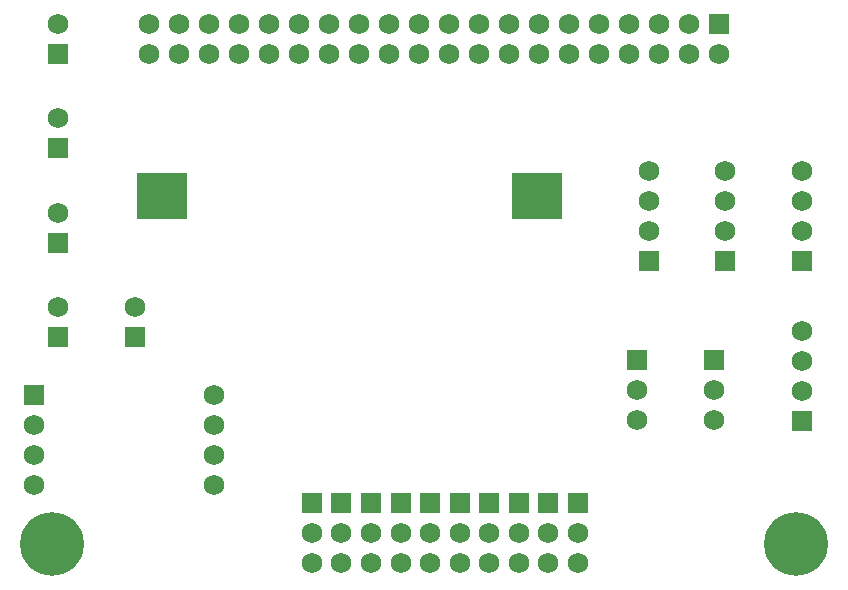
<source format=gbs>
G04*
G04 #@! TF.GenerationSoftware,Altium Limited,Altium Designer,18.1.9 (240)*
G04*
G04 Layer_Color=16711935*
%FSTAX24Y24*%
%MOIN*%
G70*
G01*
G75*
%ADD43R,0.0680X0.0680*%
%ADD44C,0.0680*%
%ADD45C,0.2127*%
%ADD46R,0.0680X0.0680*%
%ADD62R,0.1655X0.1517*%
D43*
X011575Y021402D02*
D03*
Y027717D02*
D03*
X03126Y020811D02*
D03*
X033819D02*
D03*
X030866Y017512D02*
D03*
X033425D02*
D03*
X014134Y018268D02*
D03*
X036378Y020811D02*
D03*
X028898Y012756D02*
D03*
X011575Y024567D02*
D03*
Y018268D02*
D03*
X036378Y01548D02*
D03*
X010787Y016331D02*
D03*
X027913Y012756D02*
D03*
X026929Y012756D02*
D03*
X025945Y012756D02*
D03*
X024961D02*
D03*
X023976D02*
D03*
X022992D02*
D03*
X022008D02*
D03*
X021024D02*
D03*
X020039D02*
D03*
D44*
X011575Y022402D02*
D03*
Y028717D02*
D03*
X03126Y021811D02*
D03*
Y022811D02*
D03*
Y023811D02*
D03*
X023622Y028717D02*
D03*
X022622D02*
D03*
X021622D02*
D03*
X020622D02*
D03*
X019622D02*
D03*
X018622D02*
D03*
X017622D02*
D03*
X016622D02*
D03*
X015622D02*
D03*
X014622D02*
D03*
X032622D02*
D03*
X031622D02*
D03*
X030622D02*
D03*
X029622D02*
D03*
X028622D02*
D03*
X027622D02*
D03*
X026622D02*
D03*
X025622D02*
D03*
X024622D02*
D03*
Y027717D02*
D03*
X025622D02*
D03*
X026622D02*
D03*
X027622D02*
D03*
X028622D02*
D03*
X029622D02*
D03*
X030622D02*
D03*
X031622D02*
D03*
X032622D02*
D03*
X033622D02*
D03*
X014622D02*
D03*
X015622D02*
D03*
X016622D02*
D03*
X017622D02*
D03*
X018622D02*
D03*
X019622D02*
D03*
X020622D02*
D03*
X021622D02*
D03*
X022622D02*
D03*
X023622D02*
D03*
X033819Y021811D02*
D03*
Y022811D02*
D03*
Y023811D02*
D03*
X030866Y016512D02*
D03*
Y015512D02*
D03*
X033425Y016512D02*
D03*
Y015512D02*
D03*
X014134Y019268D02*
D03*
X036378Y021811D02*
D03*
Y022811D02*
D03*
Y023811D02*
D03*
X028898Y011756D02*
D03*
Y010756D02*
D03*
X011575Y025567D02*
D03*
Y019268D02*
D03*
X036378Y01648D02*
D03*
Y01748D02*
D03*
Y01848D02*
D03*
X016787Y013331D02*
D03*
Y014331D02*
D03*
Y015331D02*
D03*
Y016331D02*
D03*
X010787Y015331D02*
D03*
Y014331D02*
D03*
Y013331D02*
D03*
X027913Y011756D02*
D03*
Y010756D02*
D03*
X026929Y011756D02*
D03*
Y010756D02*
D03*
X025945Y011756D02*
D03*
Y010756D02*
D03*
X024961Y011756D02*
D03*
Y010756D02*
D03*
X023976Y011756D02*
D03*
Y010756D02*
D03*
X022992Y011756D02*
D03*
Y010756D02*
D03*
X022008Y011756D02*
D03*
Y010756D02*
D03*
X021024Y011756D02*
D03*
Y010756D02*
D03*
X020039Y011756D02*
D03*
Y010756D02*
D03*
D45*
X036181Y011378D02*
D03*
X011378D02*
D03*
D46*
X033622Y028717D02*
D03*
D62*
X027543Y022992D02*
D03*
X015056D02*
D03*
M02*

</source>
